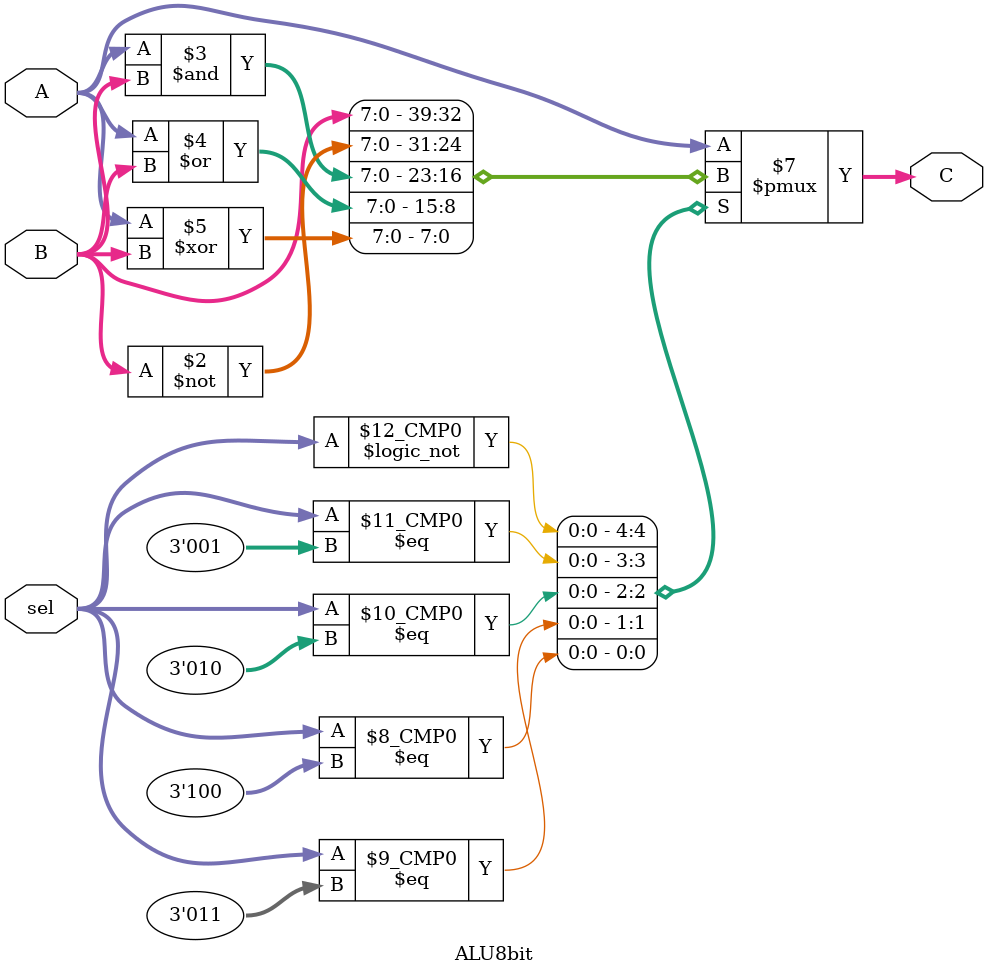
<source format=v>

module ALU8bit(input [2:0] sel, input [7:0] A, B, output reg [7:0] C);

	always @(A, B, sel) begin
		case(sel)
			0: // pass B
				C <= B;
			1: // NOT
				C <= ~B;
			2: // AND
				C <= A & B;
			3: // OR
				C <= A | B;
			4: // XOR
				C <= A ^ B;
			default: C <= A;
		endcase
	end // always

endmodule

</source>
